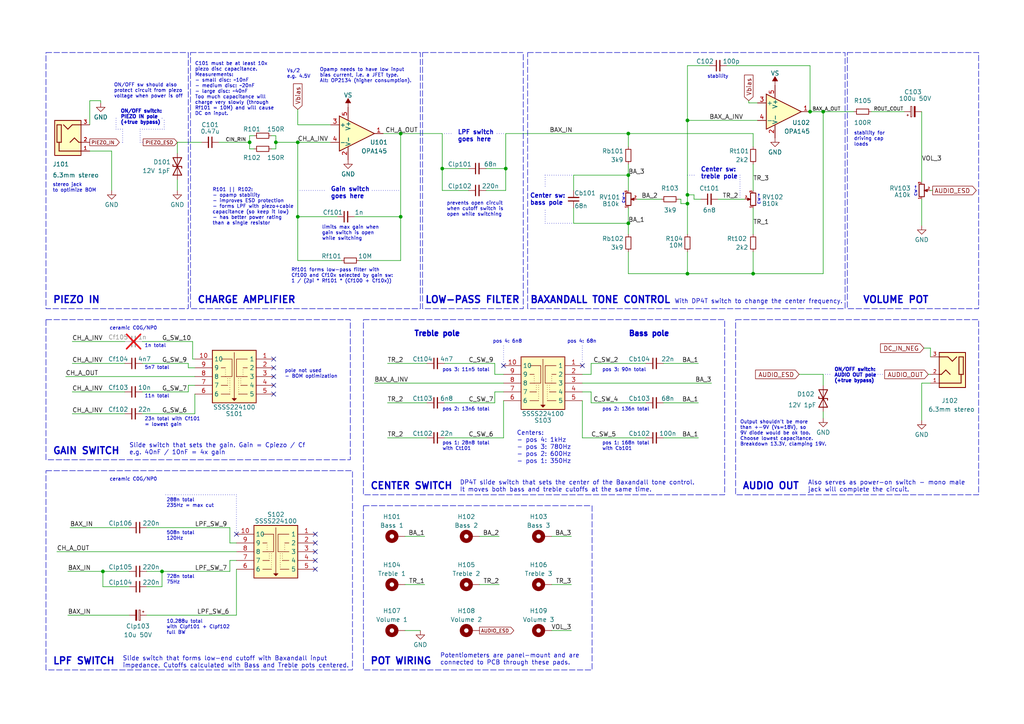
<source format=kicad_sch>
(kicad_sch (version 20231120) (generator "eeschema") (generator_version "8.0")
  (paper "A4")
  (title_block (title "Charge Amp and Baxandall EQ") (date "2024-02-08") (rev "3.0") (company "Arx"))
  (junction (at 116.205 38.735))
  (junction (at 182.245 64.77))
  (junction (at 238.76 32.385))
  (junction (at 72.39 41.275))
  (junction (at 182.245 50.8))
  (junction (at 199.39 34.925))
  (junction (at 199.39 56.515))
  (junction (at 182.245 38.735))
  (junction (at 146.685 48.895))
  (junction (at 128.27 48.895))
  (junction (at 199.39 79.375))
  (junction (at 234.95 32.385))
  (junction (at 86.36 62.865))
  (junction (at 116.205 62.865))
  (junction (at 199.39 59.055))
  (junction (at 86.36 41.275))
  (junction (at 29.845 165.735))
  (junction (at 80.01 41.275))
  (junction (at 46.99 165.735))
  (junction (at 218.44 79.375))
  (no_connect (at 91.44 160.02))
  (no_connect (at 168.91 106.045))
  (no_connect (at 79.375 111.76))
  (no_connect (at 91.44 157.48))
  (no_connect (at 91.44 162.56))
  (no_connect (at 91.44 165.1))
  (no_connect (at 91.44 154.94))
  (no_connect (at 79.375 104.14))
  (no_connect (at 79.375 109.22))
  (no_connect (at 79.375 106.68))
  (no_connect (at 79.375 114.3))
  (no_connect (at 68.58 154.94))
  (no_connect (at 146.05 106.045))
  (polyline (pts (xy 40.64 37.465) (xy 47.625 37.465)) (stroke (width 0) (type dot)))
  (polyline (pts (xy 47.625 37.465) (xy 47.625 34.29)) (stroke (width 0) (type dot)))
  (polyline (pts (xy 68.58 143.51) (xy 47.625 143.51)) (stroke (width 0) (type dot)))
  (wire (pts (xy 26.035 29.21) (xy 29.21 29.21)))
  (wire (pts (xy 78.74 43.18) (xy 80.01 43.18)))
  (wire (pts (xy 171.45 105.41) (xy 187.325 105.41)))
  (polyline (pts (xy 107.95 55.245) (xy 116.205 55.245)) (stroke (width 0) (type dot)))
  (wire (pts (xy 19.685 178.435) (xy 37.465 178.435)))
  (wire (pts (xy 199.39 73.025) (xy 199.39 79.375)))
  (wire (pts (xy 199.39 34.925) (xy 199.39 56.515)))
  (wire (pts (xy 205.74 19.05) (xy 199.39 19.05)))
  (polyline (pts (xy 35.56 39.37) (xy 35.56 37.465)) (stroke (width 0) (type dot)))
  (wire (pts (xy 269.875 100.965) (xy 269.875 103.505)))
  (wire (pts (xy 199.39 79.375) (xy 218.44 79.375)))
  (wire (pts (xy 218.44 38.735) (xy 218.44 42.545)))
  (wire (pts (xy 29.845 170.18) (xy 29.845 165.735)))
  (wire (pts (xy 72.39 43.18) (xy 73.66 43.18)))
  (polyline (pts (xy 41.275 41.275) (xy 40.64 41.275)) (stroke (width 0) (type dot)))
  (wire (pts (xy 199.39 56.515) (xy 201.295 56.515)))
  (polyline (pts (xy 68.58 154.94) (xy 68.58 143.51)) (stroke (width 0) (type dot)))
  (polyline (pts (xy 86.36 55.245) (xy 94.615 55.245)) (stroke (width 0) (type dot)))
  (wire (pts (xy 123.19 155.575) (xy 117.475 155.575)))
  (polyline (pts (xy 33.655 37.465) (xy 33.655 34.29)) (stroke (width 0) (type dot)))
  (wire (pts (xy 166.37 55.245) (xy 166.37 50.8)))
  (wire (pts (xy 199.39 19.05) (xy 199.39 34.925)))
  (polyline (pts (xy 40.64 41.275) (xy 40.64 37.465)) (stroke (width 0) (type dot)))
  (wire (pts (xy 218.44 60.325) (xy 218.44 67.945)))
  (wire (pts (xy 29.845 170.18) (xy 37.465 170.18)))
  (wire (pts (xy 218.44 47.625) (xy 218.44 55.245)))
  (wire (pts (xy 102.87 62.865) (xy 116.205 62.865)))
  (wire (pts (xy 41.275 99.06) (xy 55.88 99.06)))
  (wire (pts (xy 54.61 106.68) (xy 56.515 106.68)))
  (wire (pts (xy 184.785 57.785) (xy 191.77 57.785)))
  (wire (pts (xy 112.395 105.41) (xy 123.825 105.41)))
  (wire (pts (xy 78.74 39.37) (xy 80.01 39.37)))
  (wire (pts (xy 20.955 99.06) (xy 36.195 99.06)))
  (wire (pts (xy 267.335 32.385) (xy 267.335 52.705)))
  (polyline (pts (xy 238.76 108.585) (xy 241.3 108.585)) (stroke (width 0) (type dot)))
  (wire (pts (xy 117.475 182.88) (xy 121.92 182.88)))
  (wire (pts (xy 54.61 111.76) (xy 56.515 111.76)))
  (wire (pts (xy 117.475 169.545) (xy 123.19 169.545)))
  (wire (pts (xy 116.205 38.735) (xy 116.205 62.865)))
  (wire (pts (xy 86.36 75.565) (xy 99.06 75.565)))
  (wire (pts (xy 168.91 108.585) (xy 171.45 108.585)))
  (wire (pts (xy 140.97 48.895) (xy 146.685 48.895)))
  (wire (pts (xy 182.245 73.025) (xy 182.245 79.375)))
  (wire (pts (xy 234.95 19.05) (xy 234.95 32.385)))
  (wire (pts (xy 20.955 113.665) (xy 36.195 113.665)))
  (polyline (pts (xy 33.655 34.29) (xy 34.29 34.29)) (stroke (width 0) (type dot)))
  (wire (pts (xy 210.82 19.05) (xy 234.95 19.05)))
  (wire (pts (xy 139.065 169.545) (xy 144.78 169.545)))
  (wire (pts (xy 168.91 113.665) (xy 171.45 113.665)))
  (wire (pts (xy 86.36 31.75) (xy 86.36 36.195)))
  (wire (pts (xy 128.27 38.735) (xy 128.27 48.895)))
  (wire (pts (xy 112.395 127) (xy 123.825 127)))
  (wire (pts (xy 20.955 105.41) (xy 36.195 105.41)))
  (wire (pts (xy 128.27 55.245) (xy 135.89 55.245)))
  (wire (pts (xy 182.245 64.77) (xy 182.245 67.945)))
  (wire (pts (xy 146.05 108.585) (xy 143.51 108.585)))
  (wire (pts (xy 66.675 157.48) (xy 68.58 157.48)))
  (wire (pts (xy 128.27 48.895) (xy 128.27 55.245)))
  (wire (pts (xy 182.245 60.325) (xy 182.245 64.77)))
  (wire (pts (xy 68.58 178.435) (xy 68.58 165.1)))
  (wire (pts (xy 66.675 165.735) (xy 66.675 162.56)))
  (wire (pts (xy 160.02 169.545) (xy 165.735 169.545)))
  (wire (pts (xy 146.05 127) (xy 146.05 116.205)))
  (wire (pts (xy 26.035 43.815) (xy 32.385 43.815)))
  (wire (pts (xy 86.36 41.275) (xy 86.36 62.865)))
  (wire (pts (xy 140.97 55.245) (xy 146.685 55.245)))
  (wire (pts (xy 16.51 160.02) (xy 68.58 160.02)))
  (wire (pts (xy 26.035 36.195) (xy 26.035 29.21)))
  (wire (pts (xy 201.295 57.785) (xy 203.2 57.785)))
  (wire (pts (xy 42.545 153.035) (xy 66.675 153.035)))
  (wire (pts (xy 86.36 41.275) (xy 95.885 41.275)))
  (wire (pts (xy 168.91 111.125) (xy 206.375 111.125)))
  (polyline (pts (xy 158.115 60.96) (xy 158.115 64.77)) (stroke (width 0) (type dot)))
  (wire (pts (xy 42.545 178.435) (xy 68.58 178.435)))
  (wire (pts (xy 166.37 60.325) (xy 166.37 64.77)))
  (wire (pts (xy 128.905 116.84) (xy 143.51 116.84)))
  (wire (pts (xy 104.14 75.565) (xy 116.205 75.565)))
  (wire (pts (xy 192.405 105.41) (xy 202.565 105.41)))
  (wire (pts (xy 197.485 59.055) (xy 199.39 59.055)))
  (wire (pts (xy 19.685 165.735) (xy 29.845 165.735)))
  (wire (pts (xy 86.36 36.195) (xy 95.885 36.195)))
  (wire (pts (xy 267.335 111.125) (xy 267.335 121.92)))
  (wire (pts (xy 29.845 165.735) (xy 37.465 165.735)))
  (wire (pts (xy 231.775 108.585) (xy 238.76 108.585)))
  (wire (pts (xy 199.39 56.515) (xy 199.39 59.055)))
  (wire (pts (xy 201.295 56.515) (xy 201.295 57.785)))
  (wire (pts (xy 182.245 79.375) (xy 199.39 79.375)))
  (wire (pts (xy 168.91 127) (xy 168.91 116.205)))
  (wire (pts (xy 128.905 105.41) (xy 143.51 105.41)))
  (polyline (pts (xy 144.145 38.735) (xy 146.685 38.735)) (stroke (width 0) (type dot)))
  (wire (pts (xy 192.405 116.84) (xy 202.565 116.84)))
  (wire (pts (xy 80.01 39.37) (xy 80.01 41.275)))
  (wire (pts (xy 217.17 29.21) (xy 217.17 29.845)))
  (wire (pts (xy 20.955 120.015) (xy 36.195 120.015)))
  (wire (pts (xy 182.245 38.735) (xy 218.44 38.735)))
  (wire (pts (xy 166.37 64.77) (xy 182.245 64.77)))
  (wire (pts (xy 41.275 113.665) (xy 54.61 113.665)))
  (wire (pts (xy 143.51 113.665) (xy 146.05 113.665)))
  (wire (pts (xy 20.32 153.035) (xy 37.465 153.035)))
  (wire (pts (xy 55.88 104.14) (xy 56.515 104.14)))
  (wire (pts (xy 66.675 157.48) (xy 66.675 153.035)))
  (polyline (pts (xy 199.39 50.8) (xy 201.93 50.8)) (stroke (width 0) (type dot)))
  (wire (pts (xy 218.44 79.375) (xy 238.76 79.375)))
  (polyline (pts (xy 46.99 34.29) (xy 47.625 34.29)) (stroke (width 0) (type dot)))
  (polyline (pts (xy 35.56 41.275) (xy 35.56 39.37)) (stroke (width 0) (type dot)))
  (wire (pts (xy 86.36 62.865) (xy 86.36 75.565)))
  (wire (pts (xy 143.51 108.585) (xy 143.51 105.41)))
  (wire (pts (xy 116.205 38.735) (xy 128.27 38.735)))
  (wire (pts (xy 267.335 57.785) (xy 267.335 65.405)))
  (wire (pts (xy 51.435 41.275) (xy 58.42 41.275)))
  (wire (pts (xy 269.24 108.585) (xy 269.875 108.585)))
  (wire (pts (xy 199.39 59.055) (xy 199.39 67.945)))
  (wire (pts (xy 55.88 99.06) (xy 55.88 104.14)))
  (wire (pts (xy 29.21 29.21) (xy 29.21 29.845)))
  (wire (pts (xy 51.435 41.275) (xy 51.435 44.45)))
  (polyline (pts (xy 146.05 100.33) (xy 146.05 105.41)) (stroke (width 0) (type dot)))
  (wire (pts (xy 128.27 48.895) (xy 135.89 48.895)))
  (wire (pts (xy 252.73 32.385) (xy 262.255 32.385)))
  (wire (pts (xy 267.335 111.125) (xy 269.875 111.125)))
  (wire (pts (xy 56.515 114.3) (xy 56.515 120.015)))
  (wire (pts (xy 63.5 41.275) (xy 72.39 41.275)))
  (wire (pts (xy 111.125 38.735) (xy 116.205 38.735)))
  (wire (pts (xy 171.45 108.585) (xy 171.45 105.41)))
  (wire (pts (xy 171.45 116.84) (xy 187.325 116.84)))
  (wire (pts (xy 46.99 170.18) (xy 46.99 165.735)))
  (wire (pts (xy 182.245 38.735) (xy 182.245 42.545)))
  (wire (pts (xy 218.44 73.025) (xy 218.44 79.375)))
  (wire (pts (xy 238.76 119.38) (xy 238.76 121.285)))
  (polyline (pts (xy 128.905 38.735) (xy 131.445 38.735)) (stroke (width 0) (type dot)))
  (wire (pts (xy 143.51 116.84) (xy 143.51 113.665)))
  (wire (pts (xy 270.51 55.245) (xy 269.875 55.245)))
  (wire (pts (xy 128.905 127) (xy 146.05 127)))
  (wire (pts (xy 219.71 29.845) (xy 217.17 29.845)))
  (wire (pts (xy 146.685 48.895) (xy 146.685 55.245)))
  (wire (pts (xy 267.97 100.965) (xy 269.875 100.965)))
  (wire (pts (xy 42.545 170.18) (xy 46.99 170.18)))
  (wire (pts (xy 19.05 109.22) (xy 56.515 109.22)))
  (wire (pts (xy 160.02 182.88) (xy 165.735 182.88)))
  (wire (pts (xy 166.37 50.8) (xy 182.245 50.8)))
  (wire (pts (xy 171.45 113.665) (xy 171.45 116.84)))
  (wire (pts (xy 146.685 38.735) (xy 182.245 38.735)))
  (wire (pts (xy 51.435 52.07) (xy 51.435 55.245)))
  (wire (pts (xy 199.39 34.925) (xy 219.71 34.925)))
  (wire (pts (xy 238.76 32.385) (xy 247.65 32.385)))
  (wire (pts (xy 182.245 50.8) (xy 182.245 55.245)))
  (polyline (pts (xy 35.56 41.275) (xy 34.925 41.275)) (stroke (width 0) (type dot)))
  (wire (pts (xy 112.395 116.84) (xy 123.825 116.84)))
  (wire (pts (xy 72.39 41.275) (xy 72.39 39.37)))
  (wire (pts (xy 139.065 155.575) (xy 144.78 155.575)))
  (wire (pts (xy 234.95 32.385) (xy 238.76 32.385)))
  (wire (pts (xy 54.61 105.41) (xy 54.61 106.68)))
  (wire (pts (xy 54.61 113.665) (xy 54.61 111.76)))
  (wire (pts (xy 80.01 41.275) (xy 80.01 43.18)))
  (wire (pts (xy 197.485 57.785) (xy 196.85 57.785)))
  (wire (pts (xy 238.76 111.76) (xy 238.76 108.585)))
  (wire (pts (xy 72.39 39.37) (xy 73.66 39.37)))
  (wire (pts (xy 66.675 162.56) (xy 68.58 162.56)))
  (wire (pts (xy 146.685 48.895) (xy 146.685 38.735)))
  (polyline (pts (xy 158.115 50.8) (xy 158.115 54.61)) (stroke (width 0) (type dot)))
  (wire (pts (xy 72.39 41.275) (xy 72.39 43.18)))
  (wire (pts (xy 42.545 165.735) (xy 46.99 165.735)))
  (wire (pts (xy 41.275 105.41) (xy 54.61 105.41)))
  (wire (pts (xy 192.405 127) (xy 202.565 127)))
  (wire (pts (xy 32.385 43.815) (xy 32.385 55.245)))
  (wire (pts (xy 160.02 155.575) (xy 165.735 155.575)))
  (polyline (pts (xy 254.635 108.585) (xy 256.54 108.585)) (stroke (width 0) (type dot)))
  (polyline (pts (xy 158.115 50.8) (xy 166.37 50.8)) (stroke (width 0) (type dot)))
  (wire (pts (xy 182.245 47.625) (xy 182.245 50.8)))
  (wire (pts (xy 197.485 59.055) (xy 197.485 57.785)))
  (wire (pts (xy 80.01 41.275) (xy 86.36 41.275)))
  (polyline (pts (xy 35.56 37.465) (xy 33.655 37.465)) (stroke (width 0) (type dot)))
  (polyline (pts (xy 158.115 64.77) (xy 166.37 64.77)) (stroke (width 0) (type dot)))
  (wire (pts (xy 168.91 127) (xy 187.325 127)))
  (wire (pts (xy 46.99 165.735) (xy 66.675 165.735)))
  (wire (pts (xy 41.275 120.015) (xy 56.515 120.015)))
  (polyline (pts (xy 168.91 100.33) (xy 168.91 105.41)) (stroke (width 0) (type dot)))
  (wire (pts (xy 208.28 57.785) (xy 215.9 57.785)))
  (wire (pts (xy 238.76 32.385) (xy 238.76 79.375)))
  (polyline (pts (xy 214.63 50.8) (xy 214.63 57.785)) (stroke (width 0) (type dot)))
  (wire (pts (xy 108.585 111.125) (xy 146.05 111.125)))
  (wire (pts (xy 116.205 62.865) (xy 116.205 75.565)))
  (wire (pts (xy 86.36 62.865) (xy 97.79 62.865)))
  (rectangle (start 153.035 15.24) (end 245.11 89.535) (stroke (width 0) (type dash)))
  (rectangle (start 245.745 15.24) (end 283.845 89.535) (stroke (width 0) (type dash)))
  (rectangle (start 13.335 136.525) (end 102.235 194.31) (stroke (width 0) (type dash)))
  (rectangle (start 13.335 92.71) (end 101.6 133.35) (stroke (width 0) (type dash)))
  (rectangle (start 105.41 146.685) (end 171.7255 194.31) (stroke (width 0) (type dash)))
  (rectangle (start 105.41 92.71) (end 210.185 143.51) (stroke (width 0) (type dash)))
  (rectangle (start 122.555 15.24) (end 151.765 89.535) (stroke (width 0) (type dash)))
  (rectangle (start 13.335 15.24) (end 54.61 89.535) (stroke (width 0) (type dash)))
  (rectangle (start 213.36 92.71) (end 283.845 143.51) (stroke (width 0) (type dash)))
  (rectangle (start 55.245 15.24) (end 121.92 89.535) (stroke (width 0) (type dash)))
  (text "stereo jack \nto optimize BOM" (at 15.24 55.88 0) (effects (font (size 1 1)) (justify left bottom)))
  (text "23n total with Cf101\n= lowest gain" (at 41.91 123.825 0) (effects (font (size 1 1)) (justify left bottom)))
  (text "pole not used\n- BOM optimization" (at 82.55 109.855 0) (effects (font (size 1 1)) (justify left bottom)))
  (text "GAIN SWITCH" (at 15.24 132.08 0) (effects (font (size 2 2) (thickness 0.4) (bold yes)) (justify left bottom)))
  (text "1n total" (at 41.91 100.965 0) (effects (font (size 1 1)) (justify left bottom)))
  (text "cw→" (at 181.3267 59.2157 90) (effects (font (size 1 1)) (justify left bottom)))
  (text "LPF switch\ngoes here" (at 132.715 41.275 0) (effects (font (size 1.27 1.27) (thickness 0.254) (bold yes)) (justify left bottom)))
  (text "R101 || R102:\n- opamp stability\n- improves ESD protection\n- forms LPF with piezo+cable \ncapacitance (so keep it low)\n- has better power rating\nthan a single resistor" (at 61.595 65.405 0) (effects (font (size 1 1)) (justify left bottom)))
  (text "stability" (at 205.105 22.86 0) (effects (font (size 1 1)) (justify left bottom)))
  (text "Gain switch\ngoes here" (at 95.885 57.785 0) (effects (font (size 1.27 1.27) (thickness 0.254) (bold yes)) (justify left bottom)))
  (text "pos 3: 90n total" (at 174.625 107.95 0) (effects (font (size 1 1)) (justify left bottom)))
  (text "limits max gain when\ngain switch is open \nwhile switching" (at 93.345 69.85 0) (effects (font (size 1 1)) (justify left bottom)))
  (text "pos 2: 13n6 total" (at 128.27 119.38 0) (effects (font (size 1 1)) (justify left bottom)))
  (text "Bass pole" (at 182.245 97.79 0) (effects (font (size 1.54 1.54) (thickness 0.4) (bold yes)) (justify left bottom)))
  (text "LOW-PASS FILTER" (at 123.19 88.265 0) (effects (font (size 2 2) (thickness 0.4) (bold yes)) (justify left bottom)))
  (text "pos 3: 11n5 total" (at 128.27 107.95 0) (effects (font (size 1 1)) (justify left bottom)))
  (text "BAXANDALL TONE CONTROL" (at 153.67 88.265 0) (effects (font (size 2 2) (thickness 0.4) (bold yes)) (justify left bottom)))
  (text "cw→" (at 220.5959 59.5215 90) (effects (font (size 1 1)) (justify left bottom)))
  (text "Treble pole" (at 120.015 97.79 0) (effects (font (size 1.54 1.54) (thickness 0.4) (bold yes)) (justify left bottom)))
  (text "pos 2: 136n total" (at 174.625 119.38 0) (effects (font (size 1 1)) (justify left bottom)))
  (text "Center sw:\nbass pole" (at 153.67 59.69 0) (effects (font (size 1.27 1.27) (thickness 0.254) (bold yes)) (justify left bottom)))
  (text "CENTER SWITCH" (at 107.315 142.24 0) (effects (font (size 2 2) (thickness 0.4) (bold yes)) (justify left bottom)))
  (text "Vs/2\ne.g. 4.5V" (at 83.185 22.86 0) (effects (font (size 1 1)) (justify left bottom)))
  (text "pos 1: 168n total\nwith Cb101" (at 174.625 130.81 0) (effects (font (size 1 1)) (justify left bottom)))
  (text "cw→" (at 266.065 57.15 90) (effects (font (size 1 1)) (justify left bottom)))
  (text "508n total\n120Hz" (at 48.26 156.845 0) (effects (font (size 1 1)) (justify left bottom)))
  (text "ceramic C0G/NP0" (at 31.75 139.7 0) (effects (font (size 1 1)) (justify left bottom)))
  (text "DP4T slide switch that sets the center of the Baxandall tone control.\nIt moves both bass and treble cutoffs at the same time.\n" (at 133.35 142.875 0) (effects (font (size 1.27 1.27)) (justify left bottom)))
  (text "Center sw:\ntreble pole" (at 203.2 52.07 0) (effects (font (size 1.27 1.27) (thickness 0.254) (bold yes)) (justify left bottom)))
  (text "288n total\n235Hz = max cut" (at 48.26 147.32 0) (effects (font (size 1 1)) (justify left bottom)))
  (text "ceramic C0G/NP0" (at 31.75 95.885 0) (effects (font (size 1 1)) (justify left bottom)))
  (text "Potentiometers are panel-mount and are \nconnected to PCB through these pads." (at 127.635 193.04 0) (effects (font (size 1.27 1.27)) (justify left bottom)))
  (text "C101 must be at least 10x \npiezo disc capacitance.\nMeasurements:\n- small disc: ~10nF\n- medium disc: ~20nF\n- large disc: ~40nF\nToo much capacitance will\ncharge very slowly (through \nRf101 = 10M) and will cause \nDC on input." (at 56.515 33.655 0) (effects (font (size 1 1)) (justify left bottom)))
  (text "ON/OFF switch:\nAUDIO OUT pole\n(+true bypass)" (at 241.935 111.125 0) (effects (font (size 1 1) (thickness 0.254) (bold yes)) (justify left bottom)))
  (text "pos 4: 6n8" (at 142.875 99.695 0) (effects (font (size 1 1)) (justify left bottom)))
  (text "ON/OFF switch:\nPIEZO IN pole\n(+true bypass)" (at 34.925 36.195 0) (effects (font (size 1 1) (thickness 0.254) (bold yes)) (justify left bottom)))
  (text "Output shouldn't be more \nthan +-9V (Vs=18V), so \n9V diode would be ok too.\nChoose lowest capacitance.\nBreakdown 13.3V, clamping 19V.\n" (at 214.63 129.54 0) (effects (font (size 1 1)) (justify left bottom)))
  (text "Centers:\n- pos 4: 1kHz\n- pos 3: 780Hz\n- pos 2: 600Hz\n- pos 1: 350Hz" (at 149.86 134.62 0) (effects (font (size 1.27 1.27)) (justify left bottom)))
  (text "LPF SWITCH" (at 15.24 193.04 0) (effects (font (size 2 2) (thickness 0.4) (bold yes)) (justify left bottom)))
  (text "VOLUME POT" (at 250.19 88.265 0) (effects (font (size 2 2) (thickness 0.4) (bold yes)) (justify left bottom)))
  (text "With DP4T switch to change the center frequency." (at 195.58 88.265 0) (effects (font (size 1.27 1.27)) (justify left bottom)))
  (text "stability for\ndriving cap\nloads" (at 247.65 42.545 0) (effects (font (size 1 1)) (justify left bottom)))
  (text "Opamp needs to have low input \nbias current, i.e. a JFET type. \nAlt: OP2134 (higher consumption)." (at 92.71 24.13 0) (effects (font (size 1 1)) (justify left bottom)))
  (text "Rf101 forms low-pass filter with\nCf100 and Cf10x selected by gain sw:\n1 / (2pi * Rf101 * (Cf100 + Cf10x))\n\n" (at 84.455 83.82 0) (effects (font (size 1 1)) (justify left bottom)))
  (text "10.288u total\nwith Clpf101 + Clpf102\nfull BW" (at 48.26 184.15 0) (effects (font (size 1 1)) (justify left bottom)))
  (text "Also serves as power-on switch - mono male\njack will complete the circuit." (at 234.315 142.875 0) (effects (font (size 1.27 1.27)) (justify left bottom)))
  (text "5n7 total" (at 41.91 107.315 0) (effects (font (size 1 1)) (justify left bottom)))
  (text "728n total\n75Hz" (at 48.26 169.545 0) (effects (font (size 1 1)) (justify left bottom)))
  (text "AUDIO OUT" (at 215.265 142.24 0) (effects (font (size 2 2) (thickness 0.4) (bold yes)) (justify left bottom)))
  (text "pos 4: 68n" (at 164.465 99.695 0) (effects (font (size 1 1)) (justify left bottom)))
  (text "Slide switch that sets the gain. Gain = Cpiezo / Cf\ne.g. 40nF / 10nF = 4x gain\n" (at 37.465 132.08 0) (effects (font (size 1.27 1.27)) (justify left bottom)))
  (text "ON/OFF sw should also \nprotect circuit from piezo\nvoltage when power is off" (at 33.02 28.575 0) (effects (font (size 1 1)) (justify left bottom)))
  (text "CHARGE AMPLIFIER" (at 57.15 88.265 0) (effects (font (size 2 2) (thickness 0.4) (bold yes)) (justify left bottom)))
  (text "prevents open circuit\nwhen cutoff switch is \nopen while switching" (at 129.54 62.865 0) (effects (font (size 1 1)) (justify left bottom)))
  (text "POT WIRING" (at 107.315 193.04 0) (effects (font (size 2 2) (thickness 0.4) (bold yes)) (justify left bottom)))
  (text "PIEZO IN" (at 15.24 88.265 0) (effects (font (size 2 2) (thickness 0.4) (bold yes)) (justify left bottom)))
  (text "pos 1: 28n8 total\nwith Ct101" (at 128.27 130.81 0) (effects (font (size 1 1)) (justify left bottom)))
  (text "Slide switch that forms low-end cutoff with Baxandall input\nimpedance. Cutoffs calculated with Bass and Treble pots centered.\n\n\n\n" (at 35.56 200.025 0) (effects (font (size 1.27 1.27)) (justify left bottom)))
  (text "11n total" (at 41.91 115.57 0) (effects (font (size 1 1)) (justify left bottom)))
  (label "G_SW_9" (at 46.99 105.41 0))
  (label "BA_1" (at 202.565 105.41 180))
  (label "CH_A_INV" (at 20.955 99.06 0))
  (label "LPF_SW_6" (at 57.15 178.435 0))
  (label "C_SW_7" (at 135.89 116.84 0))
  (label "TR_2" (at 209.55 57.785 0))
  (label "CH_A_OUT" (at 19.05 109.22 0))
  (label "TR_2" (at 144.78 169.545 180))
  (label "CH_A_INV" (at 20.955 105.41 0))
  (label "LPF_SW_7" (at 56.515 165.735 0))
  (label "BAX_IN" (at 19.685 165.735 0))
  (label "BA_3" (at 182.245 50.8 0))
  (label "CH_A_INV" (at 86.36 41.275 0))
  (label "CH_A_INV" (at 20.955 113.665 0))
  (label "C_SW_2" (at 172.085 105.41 0))
  (label "C_SW_6" (at 135.89 127 0))
  (label "C_SW_5" (at 171.45 127 0))
  (label "BAX_IN" (at 159.385 38.735 0))
  (label "TR_2" (at 112.395 116.84 0))
  (label "BA_1" (at 202.565 116.84 180))
  (label "G_SW_6" (at 46.99 120.015 0))
  (label "BA_2" (at 144.78 155.575 180))
  (label "BA_1" (at 123.19 155.575 180))
  (label "BAX_IN" (at 19.685 178.435 0))
  (label "BA_1" (at 202.565 127 180))
  (label "BA_3" (at 206.375 111.125 180))
  (label "BAX_A_OUT" (at 235.585 32.385 0) (effects (font (size 1 1))))
  (label "CIN_RIN" (at 65.405 41.275 0) (effects (font (size 1 1))))
  (label "VOL_3" (at 267.335 46.99 0))
  (label "CH_A_OUT" (at 16.51 160.02 0))
  (label "G_SW_10" (at 46.99 99.06 0))
  (label "BAX_IN" (at 20.32 153.035 0))
  (label "TR_3" (at 165.735 169.545 180))
  (label "VOL_3" (at 165.735 182.88 180))
  (label "BA_2" (at 186.055 57.785 0))
  (label "BAX_A_INV" (at 205.74 34.925 0))
  (label "TR_1" (at 218.44 65.405 0))
  (label "TR_1" (at 123.19 169.545 180))
  (label "CH_A_INV" (at 20.955 120.015 0))
  (label "CH_A_OUT" (at 111.76 38.735 0))
  (label "BA_1" (at 182.245 64.77 0))
  (label "BAX_A_INV" (at 108.585 111.125 0))
  (label "ROUT_COUT" (at 253.365 32.385 0) (effects (font (size 1 1))))
  (label "G_SW_7" (at 46.99 113.665 0))
  (label "TR_3" (at 218.44 52.705 0))
  (label "BA_3" (at 165.735 155.575 180))
  (label "TR_2" (at 112.395 127 0))
  (label "LPF_SW_9" (at 56.515 153.035 0))
  (label "TR_2" (at 112.395 105.41 0))
  (label "C_SW_9" (at 135.89 105.41 0))
  (label "C_SW_4" (at 172.085 116.84 0))
  (global_label "PIEZO_ESD" (shape input) (at 51.435 41.275 180) (effects (font (size 1 1))) (property "Intersheetrefs" "${INTERSHEET_REFS}" (effects (hide yes))))
  (global_label "AUDIO_ESD" (shape output) (at 270.51 55.245 0) (property "Intersheetrefs" "${INTERSHEET_REFS}" (effects (hide yes))))
  (global_label "Vbias" (shape input) (at 217.17 29.21 90) (property "Intersheetrefs" "${INTERSHEET_REFS}" (effects (hide yes))))
  (global_label "PIEZO_IN" (shape output) (at 26.035 41.275 0) (effects (font (size 1 1))) (property "Intersheetrefs" "${INTERSHEET_REFS}" (effects (hide yes))))
  (global_label "AUDIO_ESD" (shape output) (at 139.065 182.88 0) (effects (font (size 1 1))) (property "Intersheetrefs" "${INTERSHEET_REFS}" (effects (hide yes))))
  (global_label "DC_IN_NEG" (shape input) (at 267.97 100.965 180) (property "Intersheetrefs" "${INTERSHEET_REFS}" (effects (hide yes))))
  (global_label "AUDIO_OUT" (shape input) (at 269.24 108.585 180) (property "Intersheetrefs" "${INTERSHEET_REFS}" (effects (hide yes))))
  (global_label "Vbias" (shape input) (at 86.36 31.75 90) (property "Intersheetrefs" "${INTERSHEET_REFS}" (effects (hide yes))))
  (global_label "AUDIO_ESD" (shape input) (at 231.775 108.585 180) (property "Intersheetrefs" "${INTERSHEET_REFS}" (effects (hide yes))))
  (symbol (lib_id "Device:R_Potentiometer_Small") (at 218.44 57.785 180) (unit 1) (on_board no)
    (property "Reference" "RV102" (at 220.98 57.15 0) (effects (justify right)))
    (property "Value" "B10k" (at 220.98 59.055 0) (effects (justify right)))
    (property "Datasheet" "https://www.tme.eu/Document/44aa78351c5c809af1765772b5b113b7/R16148-1A-1.pdf" (effects (hide yes)))
    (property "LCSC Part #" "-" (effects (hide yes)))
    (property "Mouser Part #" "-" (effects (hide yes)))
    (property "Mfr Part #" "R16148-1A-1-B10K" (effects (hide yes)))
    (property "Mfr" "SR Passives" (effects (hide yes)))
    (property "Purpose" "Treble potentiometer" (effects (hide yes)))
    (property "TME Part #" "R16148-1A-1-B10K" (effects (hide yes)))
  )
  (symbol (lib_id "Device:R_Small") (at 182.245 70.485 0) (unit 1)
    (property "Reference" "Rb102" (at 174.625 69.215 0) (effects (justify left)))
    (property "Value" "3k9" (at 177.165 71.755 0) (effects (justify left)))
    (property "Footprint" "library:ERA-3AEB392V" (effects (hide yes)))
    (property "Datasheet" "https://cz.mouser.com/datasheet/2/315/AOA0000C307-1149632.pdf" (effects (hide yes)))
    (property "LCSC Part #" "C473237" (effects (hide yes)))
    (property "Mouser Part #" "667-ERA-3AEB392V" (effects (hide yes)))
    (property "Mfr Part #" "ERA-3AEB392V" (effects (hide yes)))
    (property "Mfr" "Panasonic" (effects (hide yes)))
    (property "Purpose" "bass resistor - sets Bax bass gain limit" (effects (hide yes)))
  )
  (symbol (lib_id "Device:C_Polarized_Small") (at 264.795 32.385 90) (unit 1)
    (property "Reference" "C103" (at 264.795 26.67 90))
    (property "Value" "100u 50V" (at 265.43 28.575 90))
    (property "Footprint" "library:EEEFTH101XAP" (effects (hide yes)))
    (property "Datasheet" "https://cz.mouser.com/datasheet/2/315/ABA0000C1240-1130326.pdf" (effects (hide yes)))
    (property "Purpose" "AC coupling / DC blocking" (effects (hide yes)))
    (property "LCSC Part #" "C165974 " (effects (hide yes)))
    (property "Mouser Part #" "667-EEE-FTH101XAP" (effects (hide yes)))
    (property "Mfr Part #" "EEEFTH101XAP" (effects (hide yes)))
    (property "Mfr" "Panasonic" (effects (hide yes)))
  )
  (symbol (lib_id "Device:C_Small") (at 189.865 105.41 90) (unit 1)
    (property "Reference" "Cb104" (at 185.42 104.14 90))
    (property "Value" "22n" (at 193.675 104.14 90))
    (property "Footprint" "library:CGA4J2C0G1H223J125AA" (effects (hide yes)))
    (property "Datasheet" "https://product.tdk.com/system/files/dam/doc/product/capacitor/ceramic/mlcc/catalog/mlcc_automotive_general_en.pdf" (effects (hide yes)))
    (property "LCSC Part #" "C415303" (effects (hide yes)))
    (property "Mouser Part #" "810-CGA4J2C0G1H223J" (effects (hide yes)))
    (property "Mfr Part #" "CGA4J2C0G1H223J125AA" (effects (hide yes)))
    (property "Mfr" "TDK" (effects (hide yes)))
    (property "Purpose" "bass cap - sets Bax bass cutoff frequency" (effects (hide yes)))
  )
  (symbol (lib_id "Amplifier_Operational:OPA197xDBV") (at 227.33 32.385 0) (unit 1)
    (property "Reference" "U102" (at 234.95 35.56 0) (effects (justify right)))
    (property "Value" "OPA145" (at 234.95 38.1 0) (effects (justify right)))
    (property "Footprint" "library:OPA145IDBVR" (effects (hide yes)))
    (property "Datasheet" "https://www.ti.com/lit/ds/symlink/opa145.pdf" (effects (hide yes)))
    (property "Purpose" "opamp for Baxandall EQ" (effects (hide yes)))
    (property "LCSC Part #" "C2058624" (effects (hide yes)))
    (property "Mouser Part #" "595-OPA145IDBVR" (effects (hide yes)))
    (property "Mfr Part #" "OPA145IDBVR" (effects (hide yes)))
    (property "Mfr" "Texas Instruments" (effects (hide yes)))
  )
  (symbol (lib_id "Mechanical:MountingHole_Pad") (at 114.935 182.88 90) (unit 1)
    (property "Reference" "H107" (at 113.665 177.165 90))
    (property "Value" "Volume 1" (at 113.665 179.705 90))
    (property "Footprint" "library:FreePad_1.1mm_2.0mm" (effects (hide yes)))
    (property "Purpose" "wire to Volume pot pin 1" (effects (hide yes)))
    (property "Mfr" "-" (effects (hide yes)))
    (property "Mfr Part #" "-" (effects (hide yes)))
    (property "Mouser Part #" "-" (effects (hide yes)))
    (property "LCSC Part #" "-" (effects (hide yes)))
    (property "TME Part #" "-" (effects (hide yes)))
  )
  (symbol (lib_name "SSSS224100_1") (lib_id "SSSS224100:SSSS224100") (at 79.375 104.14 0) (mirror y) (unit 1)
    (property "Reference" "S101" (at 67.945 120.015 0))
    (property "Value" "SSSS224100" (at 67.945 118.11 0))
    (property "Footprint" "library:SSSS224100" (effects (hide yes)))
    (property "Datasheet" "https://tech.alpsalpine.com/e/products/detail/SSSS224100/" (effects (hide yes)))
    (property "Height" "3.5" (effects (hide yes)))
    (property "Purpose" "Sets gain (ratio of feedback capacitance vs piezo capacitance)" (effects (hide yes)))
    (property "LCSC Part #" "-" (effects (hide yes)))
    (property "Mouser Part #" "688-SSSS224100" (effects (hide yes)))
    (property "Mfr Part #" "SSSS224100" (effects (hide yes)))
    (property "Mfr" "ALPS Electric" (effects (hide yes)))
  )
  (symbol (lib_id "Device:C_Small") (at 138.43 55.245 90) (unit 1)
    (property "Reference" "Clp102" (at 133.35 53.975 90))
    (property "Value" "220n" (at 142.24 53.975 90))
    (property "Footprint" "library:GRM31C5C1H224JE02L" (effects (hide yes)))
    (property "Datasheet" "https://cz.mouser.com/datasheet/2/281/1/GRM31C5C1H224JE02_01A-1987815.pdf" (effects (hide yes)))
    (property "LCSC Part #" "C464977" (effects (hide yes)))
    (property "Mouser Part #" "81-GRM31C5C1H224JE2L" (effects (hide yes)))
    (property "Mfr Part #" "GRM31C5C1H224JE02L" (effects (hide yes)))
    (property "Mfr" "Murata" (effects (hide yes)))
    (property "Purpose" "LPF - sets low-pass cutoff frequency" (effects (hide yes)))
  )
  (symbol (lib_id "Mechanical:MountingHole_Pad") (at 114.935 169.545 90) (unit 1)
    (property "Reference" "H104" (at 113.665 163.83 90))
    (property "Value" "Treble 1" (at 113.665 166.37 90))
    (property "Footprint" "library:FreePad_1.1mm_2.0mm" (effects (hide yes)))
    (property "Purpose" "wire to Treble pot pin 1" (effects (hide yes)))
    (property "Mfr" "-" (effects (hide yes)))
    (property "Mfr Part #" "-" (effects (hide yes)))
    (property "Mouser Part #" "-" (effects (hide yes)))
    (property "LCSC Part #" "-" (effects (hide yes)))
    (property "TME Part #" "-" (effects (hide yes)))
  )
  (symbol (lib_id "Mechanical:MountingHole_Pad") (at 157.48 182.88 90) (unit 1)
    (property "Reference" "H109" (at 156.21 177.165 90))
    (property "Value" "Volume 3" (at 156.21 179.705 90))
    (property "Footprint" "library:FreePad_1.1mm_2.0mm" (effects (hide yes)))
    (property "Purpose" "wire to Volume pot pin 3" (effects (hide yes)))
    (property "Mfr" "-" (effects (hide yes)))
    (property "Mfr Part #" "-" (effects (hide yes)))
    (property "Mouser Part #" "-" (effects (hide yes)))
    (property "LCSC Part #" "-" (effects (hide yes)))
    (property "TME Part #" "-" (effects (hide yes)))
  )
  (symbol (lib_id "Device:C_Small") (at 40.005 153.035 90) (unit 1)
    (property "Reference" "Clp106" (at 34.925 151.765 90))
    (property "Value" "220n" (at 43.815 151.765 90))
    (property "Footprint" "library:GRM31C5C1H224JE02L" (effects (hide yes)))
    (property "Datasheet" "https://cz.mouser.com/datasheet/2/281/1/GRM31C5C1H224JE02_01A-1987815.pdf" (effects (hide yes)))
    (property "LCSC Part #" "C464977" (effects (hide yes)))
    (property "Mouser Part #" "81-GRM31C5C1H224JE2L" (effects (hide yes)))
    (property "Mfr Part #" "GRM31C5C1H224JE02L" (effects (hide yes)))
    (property "Mfr" "Murata" (effects (hide yes)))
    (property "Purpose" "LPF - sets low-pass cutoff frequency" (effects (hide yes)))
  )
  (symbol (lib_id "Device:C_Small") (at 126.365 116.84 90) (unit 1)
    (property "Reference" "Ct103" (at 122.555 115.57 90))
    (property "Value" "6n8" (at 129.54 115.57 90))
    (property "Footprint" "library:GRM1885C1H682JA01D" (effects (hide yes)))
    (property "Datasheet" "https://cz.mouser.com/datasheet/2/281/1/GRM1885C1H682JA01_01A-1984993.pdf" (effects (hide yes)))
    (property "LCSC Part #" "C162241" (effects (hide yes)))
    (property "Mouser Part #" "81-GRM1885C1H682JA1D" (effects (hide yes)))
    (property "Mfr Part #" "GRM1885C1H682JA01D" (effects (hide yes)))
    (property "Mfr" "Murata" (effects (hide yes)))
    (property "Purpose" "treble cap - sets Bax treble cutoff frequency" (effects (hide yes)))
  )
  (symbol (lib_id "Mechanical:MountingHole_Pad") (at 136.525 155.575 90) (unit 1)
    (property "Reference" "H102" (at 135.255 149.86 90))
    (property "Value" "Bass 2" (at 135.255 152.4 90))
    (property "Footprint" "library:FreePad_1.1mm_2.0mm" (effects (hide yes)))
    (property "Purpose" "wire to Bass pot pin 2" (effects (hide yes)))
    (property "Mfr" "-" (effects (hide yes)))
    (property "Mfr Part #" "-" (effects (hide yes)))
    (property "Mouser Part #" "-" (effects (hide yes)))
    (property "LCSC Part #" "-" (effects (hide yes)))
    (property "TME Part #" "-" (effects (hide yes)))
  )
  (symbol (lib_id "Device:C_Small") (at 189.865 127 90) (unit 1)
    (property "Reference" "Cb102" (at 185.42 125.73 90))
    (property "Value" "100n" (at 193.675 125.73 90))
    (property "Footprint" "library:GRM31C5C2A104JA01L" (effects (hide yes)))
    (property "Datasheet" "https://cz.mouser.com/datasheet/2/281/1/GRM31C5C2A104JA01_01A-1987817.pdf" (effects (hide yes)))
    (property "LCSC Part #" "C405303" (effects (hide yes)))
    (property "Mouser Part #" "81-GRM31C5C2A104JA1L" (effects (hide yes)))
    (property "Mfr Part #" "GRM31C5C2A104JA01L" (effects (hide yes)))
    (property "Mfr" "Murata" (effects (hide yes)))
    (property "Purpose" "bass cap - sets Bax bass cutoff frequency" (effects (hide yes)))
  )
  (symbol (lib_id "Device:R_Small") (at 101.6 75.565 90) (unit 1)
    (property "Reference" "Rf101" (at 99.06 74.295 90) (effects (justify left)))
    (property "Value" "10M" (at 107.95 74.295 90) (effects (justify left)))
    (property "Footprint" "library:MCA1206MD1005BP100" (effects (hide yes)))
    (property "Datasheet" "https://www.vishay.com/docs/28952/mcs0402at-mct0603at-mcu0805at-mca1206at.pdf" (effects (hide yes)))
    (property "Purpose" "charge amp feedback resistor - sets LP cutoff with feedback capacitance" (effects (hide yes)))
    (property "LCSC Part #" "C4259100" (effects (hide yes)))
    (property "Mouser Part #" "594-MCA1206MD1005BP1" (effects (hide yes)))
    (property "Mfr Part #" "MCA1206MD1005BP100" (effects (hide yes)))
    (property "Mfr" "Vishay" (effects (hide yes)))
  )
  (symbol (lib_id "Device:C_Small") (at 126.365 105.41 90) (unit 1)
    (property "Reference" "Ct104" (at 122.555 104.14 90))
    (property "Value" "4n7" (at 129.54 104.14 90))
    (property "Footprint" "library:GRM1885C1H472JA01D" (effects (hide yes)))
    (property "Datasheet" "https://cz.mouser.com/datasheet/2/281/1/GRM1885C1H472JA01_01A-1984839.pdf" (effects (hide yes)))
    (property "LCSC Part #" "C85980" (effects (hide yes)))
    (property "Mouser Part #" "81-GRM1885C1H472JA1D" (effects (hide yes)))
    (property "Mfr Part #" "GRM1885C1H472JA01D" (effects (hide yes)))
    (property "Mfr" "Murata" (effects (hide yes)))
    (property "Purpose" "treble cap - sets Bax treble cutoff frequency" (effects (hide yes)))
  )
  (symbol (lib_name "SJ-63053A_1") (lib_id "CUI_SJ-63053A:SJ-63053A") (at 20.955 41.275 0) (mirror x) (unit 1)
    (property "Reference" "J101" (at 15.24 47.625 0) (effects (justify left)))
    (property "Value" "6.3mm stereo" (at 15.24 50.8 0) (effects (justify left)))
    (property "Footprint" "library:CUI_SJ-63053A" (effects (hide yes)))
    (property "Datasheet" "https://www.cuidevices.com/product/resource/sj-63053a.pdf" (effects (hide yes)))
    (property "Purpose" "input piezo jack" (effects (hide yes)))
    (property "LCSC Part #" "-" (effects (hide yes)))
    (property "Mfr" "CUI Devices" (effects (hide yes)))
    (property "Mfr Part #" "SJ-63053A" (effects (hide yes)))
    (property "Mouser Part #" "490-SJ-63053A" (effects (hide yes)))
    (property "TME Part #" "-" (effects (hide yes)))
    (property "Height" "12.5mm" (effects (hide yes)))
  )
  (symbol (lib_id "power:VS") (at 224.79 24.765 0) (unit 1)
    (property "Reference" "#PWR027" (effects (hide yes)))
    (property "Value" "VS" (at 224.79 21.2631 0))
  )
  (symbol (lib_id "Mechanical:MountingHole_Pad") (at 114.935 155.575 90) (unit 1)
    (property "Reference" "H101" (at 113.665 149.86 90))
    (property "Value" "Bass 1" (at 113.665 152.4 90))
    (property "Footprint" "library:FreePad_1.1mm_2.0mm" (effects (hide yes)))
    (property "Purpose" "wire to Bass pot pin 1" (effects (hide yes)))
    (property "Mfr" "-" (effects (hide yes)))
    (property "Mfr Part #" "-" (effects (hide yes)))
    (property "Mouser Part #" "-" (effects (hide yes)))
    (property "LCSC Part #" "-" (effects (hide yes)))
    (property "TME Part #" "-" (effects (hide yes)))
  )
  (symbol (lib_id "Device:C_Polarized_Small") (at 40.005 178.435 270) (unit 1)
    (property "Reference" "Clp103" (at 40.005 181.61 90))
    (property "Value" "10u 50V" (at 40.005 184.15 90))
    (property "Footprint" "library:EEEFK1H100UR" (effects (hide yes)))
    (property "Datasheet" "https://cz.mouser.com/datasheet/2/315/ABA0000C1181-947564.pdf" (effects (hide yes)))
    (property "Purpose" "LPF - sets low-pass cutoff frequency" (effects (hide yes)))
    (property "LCSC Part #" "C178547" (effects (hide yes)))
    (property "Mouser Part #" "667-EEE-FK1H100UR" (effects (hide yes)))
    (property "Mfr Part #" "EEEFK1H100UR" (effects (hide yes)))
    (property "Mfr" "Panasonic" (effects (hide yes)))
  )
  (symbol (lib_id "Device:R_Small") (at 218.44 70.485 0) (unit 1)
    (property "Reference" "Rt102" (at 210.82 69.215 0) (effects (justify left)))
    (property "Value" "2k2" (at 213.36 71.755 0) (effects (justify left)))
    (property "Footprint" "library:RT0603DRD072K2L" (effects (hide yes)))
    (property "Datasheet" "https://cz.mouser.com/datasheet/2/447/PYu_RT_1_to_0_01_RoHS_L_12-3003070.pdf" (effects (hide yes)))
    (property "LCSC Part #" "C705970" (effects (hide yes)))
    (property "Mouser Part #" "603-RT0603DRD072K2L" (effects (hide yes)))
    (property "Mfr Part #" "RT0603DRD072K2L" (effects (hide yes)))
    (property "Mfr" "Yageo" (effects (hide yes)))
    (property "Purpose" "treble resistor - sets Bax treble gain limit" (effects (hide yes)))
  )
  (symbol (lib_id "Device:R_Small") (at 194.31 57.785 90) (unit 1)
    (property "Reference" "R103" (at 196.85 54.61 90) (effects (justify left)))
    (property "Value" "3k9" (at 196.215 60.96 90) (effects (justify left)))
    (property "Footprint" "library:ERA-3AEB392V" (effects (hide yes)))
    (property "Datasheet" "https://cz.mouser.com/datasheet/2/315/AOA0000C307-1149632.pdf" (effects (hide yes)))
    (property "LCSC Part #" "C473237" (effects (hide yes)))
    (property "Mouser Part #" "667-ERA-3AEB392V" (effects (hide yes)))
    (property "Mfr Part #" "ERA-3AEB392V" (effects (hide yes)))
    (property "Mfr" "Panasonic" (effects (hide yes)))
    (property "Purpose" "middle Bax resistor" (effects (hide yes)))
  )
  (symbol (lib_id "Device:C_Small") (at 38.735 120.015 90) (mirror x) (unit 1)
    (property "Reference" "Cf102" (at 34.29 118.745 90))
    (property "Value" "22n" (at 41.91 118.745 90))
    (property "Footprint" "library:CGA4J2C0G1H223J125AA" (effects (hide yes)))
    (property "Datasheet" "https://product.tdk.com/system/files/dam/doc/product/capacitor/ceramic/mlcc/catalog/mlcc_automotive_general_en.pdf" (effects (hide yes)))
    (property "LCSC Part #" "C415303" (effects (hide yes)))
    (property "Mouser Part #" "810-CGA4J2C0G1H223J" (effects (hide yes)))
    (property "Mfr Part #" "CGA4J2C0G1H223J125AA" (effects (hide yes)))
    (property "Mfr" "TDK" (effects (hide yes)))
    (property "Purpose" "feedback cap - sets gain with piezo capacitance" (effects (hide yes)))
  )
  (symbol (lib_id "Mechanical:MountingHole_Pad") (at 136.525 182.88 90) (unit 1)
    (property "Reference" "H108" (at 135.255 177.165 90))
    (property "Value" "Volume 2" (at 135.255 179.705 90))
    (property "Footprint" "library:FreePad_1.1mm_2.0mm" (effects (hide yes)))
    (property "Purpose" "wire to Volume pot pin 2" (effects (hide yes)))
    (property "Mfr" "-" (effects (hide yes)))
    (property "Mfr Part #" "-" (effects (hide yes)))
    (property "Mouser Part #" "-" (effects (hide yes)))
    (property "LCSC Part #" "-" (effects (hide yes)))
    (property "TME Part #" "-" (effects (hide yes)))
  )
  (symbol (lib_id "power:GND") (at 51.435 55.245 0) (unit 1)
    (property "Reference" "#PWR021" (effects (hide yes)))
    (property "Value" "GND" (at 51.435 59.3805 0))
  )
  (symbol (lib_id "Device:R_Small") (at 182.245 45.085 0) (unit 1)
    (property "Reference" "Rb101" (at 174.625 43.815 0) (effects (justify left)))
    (property "Value" "3k9" (at 177.165 46.355 0) (effects (justify left)))
    (property "Footprint" "library:ERA-3AEB392V" (effects (hide yes)))
    (property "Datasheet" "https://cz.mouser.com/datasheet/2/315/AOA0000C307-1149632.pdf" (effects (hide yes)))
    (property "LCSC Part #" "C473237" (effects (hide yes)))
    (property "Mouser Part #" "667-ERA-3AEB392V" (effects (hide yes)))
    (property "Mfr Part #" "ERA-3AEB392V" (effects (hide yes)))
    (property "Mfr" "Panasonic" (effects (hide yes)))
    (property "Purpose" "bass resistor - sets Bax bass gain limit" (effects (hide yes)))
  )
  (symbol (lib_id "power:GND") (at 224.79 40.005 0) (unit 1)
    (property "Reference" "#PWR026" (effects (hide yes)))
    (property "Value" "GND" (at 224.79 44.1405 0))
  )
  (symbol (lib_id "Device:C_Small") (at 205.74 57.785 90) (unit 1)
    (property "Reference" "Ct101" (at 205.74 54.61 90))
    (property "Value" "6n8" (at 205.74 60.96 90))
    (property "Footprint" "library:GRM1885C1H682JA01D" (effects (hide yes)))
    (property "Datasheet" "https://cz.mouser.com/datasheet/2/281/1/GRM1885C1H682JA01_01A-1984993.pdf" (effects (hide yes)))
    (property "LCSC Part #" "C162241" (effects (hide yes)))
    (property "Mouser Part #" "81-GRM1885C1H682JA1D" (effects (hide yes)))
    (property "Mfr Part #" "GRM1885C1H682JA01D" (effects (hide yes)))
    (property "Mfr" "Murata" (effects (hide yes)))
    (property "Purpose" "treble cap - sets Bax treble cutoff frequency" (effects (hide yes)))
  )
  (symbol (lib_id "Device:C_Small") (at 40.005 170.18 90) (unit 1)
    (property "Reference" "Clp104" (at 34.925 168.91 90))
    (property "Value" "220n" (at 43.815 168.91 90))
    (property "Footprint" "library:GRM31C5C1H224JE02L" (effects (hide yes)))
    (property "Datasheet" "https://cz.mouser.com/datasheet/2/281/1/GRM31C5C1H224JE02_01A-1987815.pdf" (effects (hide yes)))
    (property "LCSC Part #" "C464977" (effects (hide yes)))
    (property "Mouser Part #" "81-GRM31C5C1H224JE2L" (effects (hide yes)))
    (property "Mfr Part #" "GRM31C5C1H224JE02L" (effects (hide yes)))
    (property "Mfr" "Murata" (effects (hide yes)))
    (property "Purpose" "LPF - sets low-pass cutoff frequency" (effects (hide yes)))
  )
  (symbol (lib_id "power:GND") (at 100.965 46.355 0) (unit 1)
    (property "Reference" "#PWR024" (effects (hide yes)))
    (property "Value" "GND" (at 100.965 50.4905 0))
  )
  (symbol (lib_id "Amplifier_Operational:OPA197xDBV") (at 103.505 38.735 0) (unit 1)
    (property "Reference" "U101" (at 107.315 41.275 0) (effects (justify left)))
    (property "Value" "OPA145" (at 104.775 43.815 0) (effects (justify left)))
    (property "Footprint" "library:OPA145IDBVR" (effects (hide yes)))
    (property "Datasheet" "https://www.ti.com/lit/ds/symlink/opa145.pdf" (effects (hide yes)))
    (property "Purpose" "opamp for charge amplifier" (effects (hide yes)))
    (property "LCSC Part #" "C2058624" (effects (hide yes)))
    (property "Mouser Part #" "595-OPA145IDBVR" (effects (hide yes)))
    (property "Mfr Part #" "OPA145IDBVR" (effects (hide yes)))
    (property "Mfr" "Texas Instruments" (effects (hide yes)))
  )
  (symbol (lib_id "Device:D_TVS") (at 238.76 115.57 90) (unit 1)
    (property "Reference" "D102" (at 231.14 114.3 90) (effects (justify right)))
    (property "Value" "12V 1pF" (at 228.6 117.475 90) (effects (justify right)))
    (property "Footprint" "library:CDSOD323-T12LC" (effects (hide yes)))
    (property "Datasheet" "https://cz.mouser.com/datasheet/2/54/cdsod323_txxlc-777077.pdf" (effects (hide yes)))
    (property "LCSC Part #" "C911368" (effects (hide yes)))
    (property "Mouser Part #" "652-CDSOD323-T12LC" (effects (hide yes)))
    (property "Mfr Part #" "CDSOD323-T12LC" (effects (hide yes)))
    (property "Mfr" "Bourns" (effects (hide yes)))
    (property "Purpose" "ESD protection" (effects (hide yes)))
  )
  (symbol (lib_id "Device:C_Small") (at 166.37 57.785 180) (unit 1)
    (property "Reference" "Cb101" (at 169.6911 55.9993 0))
    (property "Value" "68n" (at 168.5009 59.7224 0))
    (property "Footprint" "library:GRM31C5C1H683JA01L" (effects (hide yes)))
    (property "Datasheet" "https://cz.mouser.com/datasheet/2/281/1/GRM31C5C1H683JA01_01A-1987729.pdf" (effects (hide yes)))
    (property "LCSC Part #" "C77084" (effects (hide yes)))
    (property "Mouser Part #" "81-GRM31C5C1H683JA01" (effects (hide yes)))
    (property "Mfr Part #" "GRM31C5C1H683JA01L" (effects (hide yes)))
    (property "Mfr" "Murata" (effects (hide yes)))
    (property "Purpose" "bass cap - sets Bax bass cutoff frequency" (effects (hide yes)))
  )
  (symbol (lib_id "Device:C_Small") (at 189.865 116.84 90) (unit 1)
    (property "Reference" "Cb103" (at 185.42 115.57 90))
    (property "Value" "68n" (at 193.675 115.57 90))
    (property "Footprint" "library:GRM31C5C1H683JA01L" (effects (hide yes)))
    (property "Datasheet" "https://cz.mouser.com/datasheet/2/281/1/GRM31C5C1H683JA01_01A-1987729.pdf" (effects (hide yes)))
    (property "LCSC Part #" "C77084" (effects (hide yes)))
    (property "Mouser Part #" "81-GRM31C5C1H683JA01" (effects (hide yes)))
    (property "Mfr Part #" "GRM31C5C1H683JA01L" (effects (hide yes)))
    (property "Mfr" "Murata" (effects (hide yes)))
    (property "Purpose" "bass cap - sets Bax bass cutoff frequency" (effects (hide yes)))
  )
  (symbol (lib_id "Device:R_Small") (at 76.2 39.37 90) (unit 1)
    (property "Reference" "R101" (at 70.485 37.465 90) (effects (justify right)))
    (property "Value" "150R" (at 82.55 37.465 90) (effects (justify left)))
    (property "Footprint" "library:RT0603BRD07150RL_UL-M" (effects (hide yes)))
    (property "Datasheet" "https://cz.mouser.com/datasheet/2/447/PYu_RT_1_to_0_01_RoHS_L_12-3003070.pdf" (effects (hide yes)))
    (property "Purpose" "opamp stability, ESD protection - https://www.allaboutcircuits.com/technical-articles/how-to-design-charge-amplifiers-piezoelectric-sensors/" (effects (hide yes)))
    (property "LCSC Part #" "C705726" (effects (hide yes)))
    (property "Mouser Part #" "603-RT0603BRD07150RL" (effects (hide yes)))
    (property "Mfr Part #" "RT0603BRD07150RL" (effects (hide yes)))
    (property "Mfr" "Yageo" (effects (hide yes)))
  )
  (symbol (lib_id "Device:R_Small") (at 199.39 70.485 180) (unit 1)
    (property "Reference" "R104" (at 198.12 69.215 0) (effects (justify left)))
    (property "Value" "10M" (at 198.12 71.12 0) (effects (justify left)))
    (property "Footprint" "library:MCA1206MD1005BP100" (effects (hide yes)))
    (property "Datasheet" "https://www.vishay.com/docs/28952/mcs0402at-mct0603at-mcu0805at-mca1206at.pdf" (effects (hide yes)))
    (property "LCSC Part #" "C4259100" (effects (hide yes)))
    (property "Mouser Part #" "594-MCA1206MD1005BP1" (effects (hide yes)))
    (property "Mfr Part #" "MCA1206MD1005BP100" (effects (hide yes)))
    (property "Mfr" "Vishay" (effects (hide yes)))
    (property "Purpose" "not sure" (effects (hide yes)))
  )
  (symbol (lib_id "CUI_SJ-63053A:SJ-63053A") (at 274.955 108.585 180) (unit 1)
    (property "Reference" "J102" (at 273.05 116.205 0) (effects (justify right)))
    (property "Value" "6.3mm stereo" (at 269.24 118.745 0) (effects (justify right)))
    (property "Footprint" "library:CUI_SJ-63053A" (effects (hide yes)))
    (property "Datasheet" "https://www.cuidevices.com/product/resource/sj-63053a.pdf" (effects (hide yes)))
    (property "Purpose" "output audio jack" (effects (hide yes)))
    (property "LCSC Part #" "-" (effects (hide yes)))
    (property "Mfr" "CUI Devices" (effects (hide yes)))
    (property "Mfr Part #" "SJ-63053A" (effects (hide yes)))
    (property "Mouser Part #" "490-SJ-63053A" (effects (hide yes)))
    (property "TME Part #" "-" (effects (hide yes)))
    (property "Height" "12.5mm" (effects (hide yes)))
  )
  (symbol (lib_id "Device:R_Small") (at 250.19 32.385 270) (unit 1)
    (property "Reference" "R105" (at 247.65 29.21 90) (effects (justify left)))
    (property "Value" "100R" (at 247.65 35.56 90) (effects (justify left)))
    (property "Footprint" "library:ERA-6AEB101V" (effects (hide yes)))
    (property "Datasheet" "https://cz.mouser.com/datasheet/2/315/AOA0000C307-1149632.pdf" (effects (hide yes)))
    (property "LCSC Part #" "C445646" (effects (hide yes)))
    (property "Mouser Part #" "667-ERA-6AEB101V" (effects (hide yes)))
    (property "Mfr Part #" "ERA-6AEB101V" (effects (hide yes)))
    (property "Mfr" "Panasonic" (effects (hide yes)))
    (property "Purpose" "Bax opamp output - stability, CLR in case of short" (effects (hide yes)))
  )
  (symbol (lib_id "Device:C_Small") (at 208.28 19.05 90) (unit 1)
    (property "Reference" "C102" (at 204.47 17.78 90))
    (property "Value" "100p" (at 212.09 17.78 90))
    (property "Footprint" "library:GRM1885C1H101JA01D" (effects (hide yes)))
    (property "Datasheet" "https://cz.mouser.com/datasheet/2/281/1/GRM1885C1H101JA01_01A-1984664.pdf" (effects (hide yes)))
    (property "LCSC Part #" "C71664" (effects (hide yes)))
    (property "Mouser Part #" "81-GRM39C101J50" (effects (hide yes)))
    (property "Mfr Part #" "GRM1885C1H101JA01D" (effects (hide yes)))
    (property "Mfr" "Murata" (effects (hide yes)))
    (property "Purpose" "Baxandall opamp stability - 100p seems to maximize phase margin in LTSpice sim" (effects (hide yes)))
  )
  (symbol (lib_id "power:GND") (at 32.385 55.245 0) (unit 1)
    (property "Reference" "#PWR03" (effects (hide yes)))
    (property "Value" "GND" (at 32.385 59.3805 0))
  )
  (symbol (lib_id "Device:C_Small") (at 126.365 127 90) (unit 1)
    (property "Reference" "Ct102" (at 122.555 125.73 90))
    (property "Value" "22n" (at 129.54 125.73 90))
    (property "Footprint" "library:CGA4J2C0G1H223J125AA" (effects (hide yes)))
    (property "Datasheet" "https://product.tdk.com/system/files/dam/doc/product/capacitor/ceramic/mlcc/catalog/mlcc_automotive_general_en.pdf" (effects (hide yes)))
    (property "LCSC Part #" "C415303" (effects (hide yes)))
    (property "Mouser Part #" "810-CGA4J2C0G1H223J" (effects (hide yes)))
    (property "Mfr Part #" "CGA4J2C0G1H223J125AA" (effects (hide yes)))
    (property "Mfr" "TDK" (effects (hide yes)))
    (property "Purpose" "treble cap - sets Bax treble cutoff frequency" (effects (hide yes)))
  )
  (symbol (lib_id "Device:R_Potentiometer_Small") (at 182.245 57.785 0) (mirror x) (unit 1) (on_board no)
    (property "Reference" "RV101" (at 179.9216 57.1741 0) (effects (justify right)))
    (property "Value" "B10k" (at 179.6338 59.1311 0) (effects (justify right)))
    (property "Datasheet" "https://www.tme.eu/Document/44aa78351c5c809af1765772b5b113b7/R16148-1A-1.pdf" (effects (hide yes)))
    (property "LCSC Part #" "-" (effects (hide yes)))
    (property "Mouser Part #" "-" (effects (hide yes)))
    (property "Mfr Part #" "R16148-1A-1-B10K" (effects (hide yes)))
    (property "Mfr" "SR Passives" (effects (hide yes)))
    (property "Purpose" "Bass potentiometer" (effects (hide yes)))
    (property "TME Part #" "R16148-1A-1-B10K" (effects (hide yes)))
  )
  (symbol (lib_id "Mechanical:MountingHole_Pad") (at 157.48 155.575 90) (unit 1)
    (property "Reference" "H103" (at 156.21 149.86 90))
    (property "Value" "Bass 3" (at 156.21 152.4 90))
    (property "Footprint" "library:FreePad_1.1mm_2.0mm" (effects (hide yes)))
    (property "Purpose" "wire to Bass pot pin 3" (effects (hide yes)))
    (property "Mfr" "-" (effects (hide yes)))
    (property "Mfr Part #" "-" (effects (hide yes)))
    (property "Mouser Part #" "-" (effects (hide yes)))
    (property "LCSC Part #" "-" (effects (hide yes)))
    (property "TME Part #" "-" (effects (hide yes)))
  )
  (symbol (lib_id "Device:R_Small") (at 218.44 45.085 0) (unit 1)
    (property "Reference" "Rt101" (at 211.455 43.815 0) (effects (justify left)))
    (property "Value" "2k2" (at 213.36 46.355 0) (effects (justify left)))
    (property "Footprint" "library:RT0603DRD072K2L" (effects (hide yes)))
    (property "Datasheet" "https://cz.mouser.com/datasheet/2/447/PYu_RT_1_to_0_01_RoHS_L_12-3003070.pdf" (effects (hide yes)))
    (property "LCSC Part #" "C705970" (effects (hide yes)))
    (property "Mouser Part #" "603-RT0603DRD072K2L" (effects (hide yes)))
    (property "Mfr Part #" "RT0603DRD072K2L" (effects (hide yes)))
    (property "Mfr" "Yageo" (effects (hide yes)))
    (property "Purpose" "treble resistor - sets Bax treble gain limit" (effects (hide yes)))
  )
  (symbol (lib_id "SSSS224100:SSSS224100") (at 168.91 106.045 0) (mirror y) (unit 1)
    (property "Reference" "S103" (at 157.48 121.92 0))
    (property "Value" "SSSS224100" (at 157.48 120.015 0))
    (property "Footprint" "library:SSSS224100" (effects (hide yes)))
    (property "Datasheet" "https://tech.alpsalpine.com/e/products/detail/SSSS224100/" (effects (hide yes)))
    (property "Height" "3.5" (effects (hide yes)))
    (property "Purpose" "sets Baxandall center frequency" (effects (hide yes)))
    (property "LCSC Part #" "-" (effects (hide yes)))
    (property "Mouser Part #" "688-SSSS224100" (effects (hide yes)))
    (property "Mfr Part #" "SSSS224100" (effects (hide yes)))
    (property "Mfr" "ALPS Electric" (effects (hide yes)))
  )
  (symbol (lib_id "Mechanical:MountingHole_Pad") (at 136.525 169.545 90) (unit 1)
    (property "Reference" "H105" (at 135.255 163.83 90))
    (property "Value" "Treble 2" (at 135.255 166.37 90))
    (property "Footprint" "library:FreePad_1.1mm_2.0mm" (effects (hide yes)))
    (property "Purpose" "wire to Treble pot pin 2" (effects (hide yes)))
    (property "Mfr" "-" (effects (hide yes)))
    (property "Mfr Part #" "-" (effects (hide yes)))
    (property "Mouser Part #" "-" (effects (hide yes)))
    (property "LCSC Part #" "-" (effects (hide yes)))
    (property "TME Part #" "-" (effects (hide yes)))
  )
  (symbol (lib_name "SSSS224100_2") (lib_id "SSSS224100:SSSS224100") (at 91.44 154.94 0) (mirror y) (unit 1)
    (property "Reference" "S102" (at 80.01 149.225 0))
    (property "Value" "SSSS224100" (at 80.01 151.13 0))
    (property "Footprint" "library:SSSS224100" (effects (hide yes)))
    (property "Datasheet" "https://tech.alpsalpine.com/e/products/detail/SSSS224100/" (effects (hide yes)))
    (property "Height" "3.5" (effects (hide yes)))
    (property "Purpose" "Sets low-pass filter cutoff frequency" (effects (hide yes)))
    (property "LCSC Part #" "-" (effects (hide yes)))
    (property "Mouser Part #" "688-SSSS224100" (effects (hide yes)))
    (property "Mfr Part #" "SSSS224100" (effects (hide yes)))
    (property "Mfr" "ALPS Electric" (effects (hide yes)))
  )
  (symbol (lib_id "Device:D_TVS") (at 51.435 48.26 90) (unit 1)
    (property "Reference" "D101" (at 44.45 46.99 90) (effects (justify right)))
    (property "Value" "12V 1pF" (at 41.275 49.53 90) (effects (justify right)))
    (property "Footprint" "library:CDSOD323-T12LC" (effects (hide yes)))
    (property "Datasheet" "https://cz.mouser.com/datasheet/2/54/cdsod323_txxlc-777077.pdf" (effects (hide yes)))
    (property "LCSC Part #" "C911368" (effects (hide yes)))
    (property "Mouser Part #" "652-CDSOD323-T12LC" (effects (hide yes)))
    (property "Mfr Part #" "CDSOD323-T12LC" (effects (hide yes)))
    (property "Mfr" "Bourns" (effects (hide yes)))
    (property "Purpose" "ESD protection" (effects (hide yes)))
  )
  (symbol (lib_id "Device:C_Small") (at 38.735 99.06 90) (mirror x) (unit 1) (in_bom no) (dnp yes)
    (property "Reference" "Cf105" (at 34.29 97.79 90))
    (property "Value" "1n" (at 41.275 97.79 90))
    (property "Footprint" "library:GRM1885C1H102JA01D" (effects (hide yes)))
    (property "Datasheet" "https://cz.mouser.com/datasheet/2/281/1/GRM1885C1H102JA01_01A-1984701.pdf" (effects (hide yes)))
    (property "LCSC Part #" "C77026" (effects (hide yes)))
    (property "Mouser Part #" "81-GRM39C102J50" (effects (hide yes)))
    (property "Mfr Part #" "GRM1885C1H102JA01D" (effects (hide yes)))
    (property "Mfr" "Murata" (effects (hide yes)))
    (property "Purpose" "feedback cap - sets gain with piezo capacitance" (effects (hide yes)))
  )
  (symbol (lib_id "power:GND") (at 267.335 65.405 0) (unit 1)
    (property "Reference" "#PWR022" (effects (hide yes)))
    (property "Value" "GND" (at 267.335 69.5405 0))
  )
  (symbol (lib_id "power:GND") (at 238.76 121.285 0) (unit 1)
    (property "Reference" "#PWR011" (effects (hide yes)))
    (property "Value" "GND" (at 238.76 125.4205 0))
  )
  (symbol (lib_id "Device:C_Small") (at 40.005 165.735 90) (unit 1)
    (property "Reference" "Clp105" (at 34.925 164.465 90))
    (property "Value" "220n" (at 43.815 164.465 90))
    (property "Footprint" "library:GRM31C5C1H224JE02L" (effects (hide yes)))
    (property "Datasheet" "https://cz.mouser.com/datasheet/2/281/1/GRM31C5C1H224JE02_01A-1987815.pdf" (effects (hide yes)))
    (property "LCSC Part #" "C464977" (effects (hide yes)))
    (property "Mouser Part #" "81-GRM31C5C1H224JE2L" (effects (hide yes)))
    (property "Mfr Part #" "GRM31C5C1H224JE02L" (effects (hide yes)))
    (property "Mfr" "Murata" (effects (hide yes)))
    (property "Purpose" "LPF - sets low-pass cutoff frequency" (effects (hide yes)))
  )
  (symbol (lib_id "Device:C_Small") (at 100.33 62.865 90) (unit 1)
    (property "Reference" "Cf101" (at 96.52 61.595 90))
    (property "Value" "1n" (at 104.14 61.595 90))
    (property "Footprint" "library:GRM1885C1H102JA01D" (effects (hide yes)))
    (property "Datasheet" "https://cz.mouser.com/datasheet/2/281/1/GRM1885C1H102JA01_01A-1984701.pdf" (effects (hide yes)))
    (property "Purpose" "feedback cap - sets gain with piezo capacitance" (effects (hide yes)))
    (property "LCSC Part #" "C77026" (effects (hide yes)))
    (property "Mouser Part #" "81-GRM39C102J50" (effects (hide yes)))
    (property "Mfr Part #" "GRM1885C1H102JA01D" (effects (hide yes)))
    (property "Mfr" "Murata" (effects (hide yes)))
  )
  (symbol (lib_id "Device:R_Small") (at 76.2 43.18 90) (unit 1)
    (property "Reference" "R102" (at 70.485 45.72 90) (effects (justify right)))
    (property "Value" "150R" (at 82.55 45.72 90) (effects (justify left)))
    (property "Footprint" "library:RT0603BRD07150RL_UL-M" (effects (hide yes)))
    (property "Datasheet" "https://cz.mouser.com/datasheet/2/447/PYu_RT_1_to_0_01_RoHS_L_12-3003070.pdf" (effects (hide yes)))
    (property "Purpose" "opamp stability, ESD protection - https://www.allaboutcircuits.com/technical-articles/how-to-design-charge-amplifiers-piezoelectric-sensors/" (effects (hide yes)))
    (property "LCSC Part #" "C705726" (effects (hide yes)))
    (property "Mouser Part #" "603-RT0603BRD07150RL" (effects (hide yes)))
    (property "Mfr Part #" "RT0603BRD07150RL" (effects (hide yes)))
    (property "Mfr" "Yageo" (effects (hide yes)))
  )
  (symbol (lib_id "Mechanical:MountingHole_Pad") (at 157.48 169.545 90) (unit 1)
    (property "Reference" "H106" (at 156.21 163.83 90))
    (property "Value" "Treble 3" (at 156.21 166.37 90))
    (property "Footprint" "library:FreePad_1.1mm_2.0mm" (effects (hide yes)))
    (property "Purpose" "wire to Treble pot pin 3" (effects (hide yes)))
    (property "Mfr" "-" (effects (hide yes)))
    (property "Mfr Part #" "-" (effects (hide yes)))
    (property "Mouser Part #" "-" (effects (hide yes)))
    (property "LCSC Part #" "-" (effects (hide yes)))
    (property "TME Part #" "-" (effects (hide yes)))
  )
  (symbol (lib_id "Device:C_Small") (at 60.96 41.275 270) (unit 1)
    (property "Reference" "C101" (at 60.96 36.195 90))
    (property "Value" "0.47u" (at 60.96 38.1 90))
    (property "Footprint" "library:GRM31C5C1E474JE01L" (effects (hide yes)))
    (property "Datasheet" "https://cz.mouser.com/datasheet/2/281/1/GRM31C5C1E474JE01_01A-1987703.pdf" (effects (hide yes)))
    (property "Purpose" "AC coupling / DC blocking. Should be at least 10x piezo capacitance" (effects (hide yes)))
    (property "LCSC Part #" "C6049896" (effects (hide yes)))
    (property "Mouser Part #" "81-GRM31C5C1E474JE1L" (effects (hide yes)))
    (property "Mfr Part #" "GRM31C5C1E474JE01L" (effects (hide yes)))
    (property "Mfr" "Murata" (effects (hide yes)))
    (property "TME Part #" "GRM31C5C1E474JE01L" (effects (hide yes)))
    (property "Source" "Mouser" (effects (hide yes)))
  )
  (symbol (lib_id "Device:C_Small") (at 38.735 113.665 90) (mirror x) (unit 1)
    (property "Reference" "Cf103" (at 34.29 112.395 90))
    (property "Value" "10n" (at 41.91 112.395 90))
    (property "Footprint" "library:GRM1885C1H103JA01D" (effects (hide yes)))
    (property "Datasheet" "https://cz.mouser.com/datasheet/2/281/1/GRM1885C1H103JA01_01A-1984796.pdf" (effects (hide yes)))
    (property "LCSC Part #" "C85973" (effects (hide yes)))
    (property "Mouser Part #" "81-GRM1885C1H103JA1D" (effects (hide yes)))
    (property "Mfr Part #" "GRM1885C1H103JA01D" (effects (hide yes)))
    (property "Mfr" "Murata" (effects (hide yes)))
    (property "Purpose" "feedback cap - sets gain with piezo capacitance" (effects (hide yes)))
  )
  (symbol (lib_id "power:VS") (at 100.965 31.115 0) (unit 1)
    (property "Reference" "#PWR025" (effects (hide yes)))
    (property "Value" "VS" (at 100.965 27.6131 0))
  )
  (symbol (lib_id "Device:C_Small") (at 38.735 105.41 90) (mirror x) (unit 1)
    (property "Reference" "Cf104" (at 34.29 104.14 90))
    (property "Value" "4n7" (at 41.91 104.14 90))
    (property "Footprint" "library:GRM1885C1H472JA01D" (effects (hide yes)))
    (property "Datasheet" "https://cz.mouser.com/datasheet/2/281/1/GRM1885C1H472JA01_01A-1984839.pdf" (effects (hide yes)))
    (property "LCSC Part #" "C85980" (effects (hide yes)))
    (property "Mouser Part #" "81-GRM1885C1H472JA1D" (effects (hide yes)))
    (property "Mfr Part #" "GRM1885C1H472JA01D" (effects (hide yes)))
    (property "Mfr" "Murata" (effects (hide yes)))
    (property "Purpose" "feedback cap - sets gain with piezo capacitance" (effects (hide yes)))
  )
  (symbol (lib_id "Device:R_Potentiometer_Small") (at 267.335 55.245 0) (mirror x) (unit 1) (on_board no)
    (property "Reference" "RV103" (at 264.16 54.61 0) (effects (justify right)))
    (property "Value" "A10k" (at 264.16 56.515 0) (effects (justify right)))
    (property "Datasheet" "https://www.tme.eu/Document/44aa78351c5c809af1765772b5b113b7/R16148-1A-1.pdf" (effects (hide yes)))
    (property "LCSC Part #" "-" (effects (hide yes)))
    (property "Mouser Part #" "-" (effects (hide yes)))
    (property "Mfr Part #" "R16148-1A-1-A10K" (effects (hide yes)))
    (property "Mfr" "SR Passives" (effects (hide yes)))
    (property "Purpose" "Volume potentiometer + output audio" (effects (hide yes)))
    (property "TME Part #" "R16148-1A-1-A10K" (effects (hide yes)))
  )
  (symbol (lib_id "power:GND") (at 267.335 121.92 0) (unit 1)
    (property "Reference" "#PWR023" (effects (hide yes)))
    (property "Value" "GND" (at 267.335 126.0555 0))
  )
  (symbol (lib_id "power:GND") (at 29.21 29.845 0) (unit 1)
    (property "Reference" "#PWR030" (effects (hide yes)))
    (property "Value" "GND" (at 29.21 33.9805 0))
  )
  (symbol (lib_id "power:GND") (at 121.92 182.88 0) (unit 1)
    (property "Reference" "#PWR031" (effects (hide yes)))
    (property "Value" "GND" (at 121.92 187.0155 0))
  )
  (symbol (lib_id "Device:C_Small") (at 138.43 48.895 90) (unit 1)
    (property "Reference" "Clp101" (at 133.35 47.625 90))
    (property "Value" "68n" (at 142.24 47.625 90))
    (property "Footprint" "library:GRM31C5C1H683JA01L" (effects (hide yes)))
    (property "Datasheet" "https://cz.mouser.com/datasheet/2/281/1/GRM31C5C1H683JA01_01A-1987729.pdf" (effects (hide yes)))
    (property "LCSC Part #" "C77084" (effects (hide yes)))
    (property "Mouser Part #" "81-GRM31C5C1H683JA01" (effects (hide yes)))
    (property "Mfr Part #" "GRM31C5C1H683JA01L" (effects (hide yes)))
    (property "Mfr" "Murata" (effects (hide yes)))
    (property "Purpose" "LPF - sets low-pass cutoff frequency" (effects (hide yes)))
  )
)
</source>
